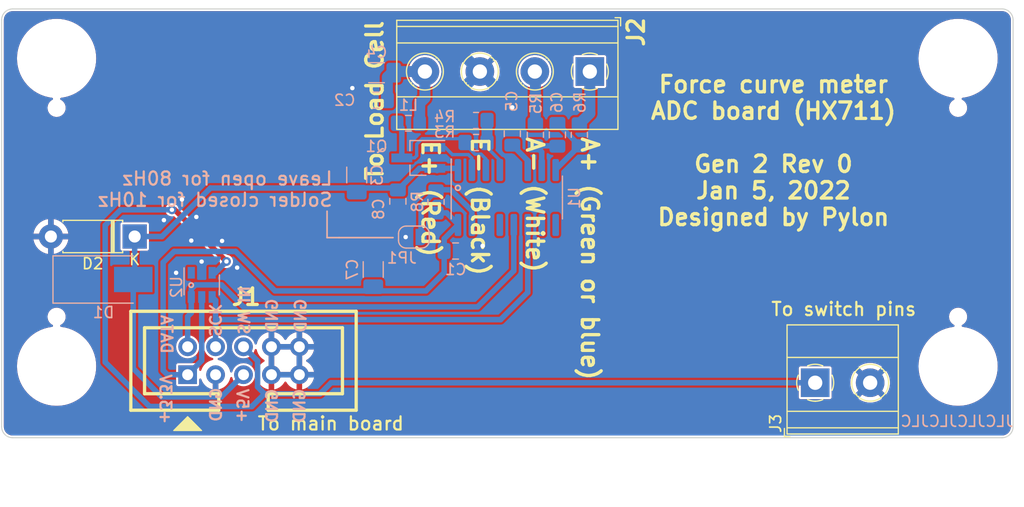
<source format=kicad_pcb>
(kicad_pcb (version 20211014) (generator pcbnew)
  (layers (0 "F.Cu" signal) (31 "B.Cu" signal) (34 "B.Paste" user) (35 "F.Paste" user) (36 "B.SilkS" user "B.Silkscreen") (37 "F.SilkS" user "F.Silkscreen") (38 "B.Mask" user) (39 "F.Mask" user) (44 "Edge.Cuts" user))
  (net 0 "")
  (net 1 "GND")
  (net 2 "SWITCH-IN")
  (net 3 "+5V")
  (net 4 "E+")
  (net 5 "Net-(C5-Pad2)")
  (net 6 "Net-(C6-Pad2)")
  (net 7 "Net-(C6-Pad1)")
  (net 8 "A-")
  (net 9 "A+")
  (net 10 "Net-(L1-Pad2)")
  (net 11 "Net-(Q1-Pad1)")
  (net 12 "Net-(R3-Pad1)")
  (net 13 "DATA")
  (net 14 "SCK")
  (net 15 "+3V3")
  (net 16 "Net-(JP1-Pad2)")
  (footprint "AcheronMountingHoles:ToolingHole_1.152mm_(for_JLCPCB_SMT)" (layer "F.Cu") (at 87 28)
    (fp_text reference "HT4")
    (fp_text value "MountingHole")
    (pad "" np_thru_hole circle locked (at 0 0) (size 1.152 1.152) (drill 1.152) (layers *.Cu *.Mask) (clearance 0.248))
  )
  (footprint "AcheronMountingHoles:ToolingHole_1.152mm_(for_JLCPCB_SMT)" (layer "F.Cu") (at 5 28)
    (fp_text reference "HT3")
    (fp_text value "MountingHole")
    (pad "" np_thru_hole circle locked (at 0 0) (size 1.152 1.152) (drill 1.152) (layers *.Cu *.Mask) (clearance 0.248))
  )
  (footprint "Open-Switch-Tester-parts:2x05-P2.54mm-Shrouded-Keyed-Header" (layer "F.Cu") (at 22 32)
    (fp_text reference "J1" (at 0.25 -5.8) (layer "F.SilkS") (effects (font (size 1.5 1.5) (thickness 0.3))))
    (fp_text value "Conn_02x05_Odd_Even")
    (fp_line (start -9 -3) (end -9 3) (layer "F.SilkS") (width 0.3))
    (fp_line (start -10.25 4.5) (end -2.25 4.5) (layer "F.SilkS") (width 0.3))
    (fp_line (start -10.25 -4.5) (end 10.25 -4.5) (layer "F.SilkS") (width 0.3))
    (fp_line (start -2.25 4.5) (end -2.25 3) (layer "F.SilkS") (width 0.3))
    (fp_line (start -9 -3) (end 9 -3) (layer "F.SilkS") (width 0.3))
    (fp_line (start 9 -3) (end 9 3) (layer "F.SilkS") (width 0.3))
    (fp_line (start 10.25 -4.5) (end 10.25 4.5) (layer "F.SilkS") (width 0.3))
    (fp_line (start -10.25 -4.5) (end -10.25 4.5) (layer "F.SilkS") (width 0.3))
    (fp_line (start 9 3) (end 2.25 3) (layer "F.SilkS") (width 0.3))
    (fp_line (start -9 3) (end -2.25 3) (layer "F.SilkS") (width 0.3))
    (fp_line (start 10.25 4.5) (end 2.25 4.5) (layer "F.SilkS") (width 0.3))
    (fp_line (start 2.25 4.5) (end 2.25 3) (layer "F.SilkS") (width 0.3))
    (fp_poly (pts (xy -3.81 6.35) (xy -6.35 6.35) (xy -5.08 5.08)) (layer "F.SilkS") (width 0.1) (fill solid))
    (pad "1" thru_hole rect locked (at -5.08 1.27 90) (size 1.7 1.7) (drill 1) (layers *.Cu *.Mask) (net 15 "+3V3"))
    (pad "2" thru_hole oval locked (at -5.08 -1.27 90) (size 1.7 1.7) (drill 1) (layers *.Cu *.Mask) (net 13 "DATA"))
    (pad "3" thru_hole oval locked (at -2.54 1.27 90) (size 1.7 1.7) (drill 1) (layers *.Cu *.Mask) (net 1 "GND"))
    (pad "4" thru_hole oval locked (at -2.54 -1.27 90) (size 1.7 1.7) (drill 1) (layers *.Cu *.Mask) (net 14 "SCK"))
    (pad "5" thru_hole oval locked (at 0 1.27 90) (size 1.7 1.7) (drill 1) (layers *.Cu *.Mask) (net 3 "+5V"))
    (pad "6" thru_hole oval locked (at 0 -1.27 90) (size 1.7 1.7) (drill 1) (layers *.Cu *.Mask) (net 2 "SWITCH-IN"))
    (pad "7" thru_hole oval locked (at 2.54 1.27 90) (size 1.7 1.7) (drill 1) (layers *.Cu *.Mask) (net 1 "GND"))
    (pad "8" thru_hole oval locked (at 2.54 -1.27 90) (size 1.7 1.7) (drill 1) (layers *.Cu *.Mask) (net 1 "GND"))
    (pad "9" thru_hole oval locked (at 5.08 1.27 90) (size 1.7 1.7) (drill 1) (layers *.Cu *.Mask) (net 1 "GND"))
    (pad "10" thru_hole oval locked (at 5.08 -1.27 90) (size 1.7 1.7) (drill 1) (layers *.Cu *.Mask) (net 1 "GND"))
  )
  (footprint "AcheronMountingHoles:ToolingHole_1.152mm_(for_JLCPCB_SMT)" (layer "F.Cu") (at 87 9 180)
    (fp_text reference "HT2")
    (fp_text value "MountingHole")
    (pad "" np_thru_hole circle locked (at 0 0 180) (size 1.152 1.152) (drill 1.152) (layers *.Cu *.Mask) (clearance 0.248))
  )
  (footprint "Diode_THT:D_DO-41_SOD81_P7.62mm_Horizontal" (layer "F.Cu") (at 12.1 20.7 180)
    (fp_text reference "D2" (at 3.81 -2.47) (layer "F.SilkS"))
    (fp_text value "D_Zener")
    (fp_text user "K" (at 0 -2.1) (layer "F.SilkS"))
    (fp_line (start 6.53 1.47) (end 6.53 1.34) (layer "F.SilkS") (width 0.12))
    (fp_line (start 1.99 -1.47) (end 1.99 1.47) (layer "F.SilkS") (width 0.12))
    (fp_line (start 1.09 -1.34) (end 1.09 -1.47) (layer "F.SilkS") (width 0.12))
    (fp_line (start 1.09 1.47) (end 6.53 1.47) (layer "F.SilkS") (width 0.12))
    (fp_line (start 1.09 1.34) (end 1.09 1.47) (layer "F.SilkS") (width 0.12))
    (fp_line (start 1.87 -1.47) (end 1.87 1.47) (layer "F.SilkS") (width 0.12))
    (fp_line (start 6.53 -1.47) (end 6.53 -1.34) (layer "F.SilkS") (width 0.12))
    (fp_line (start 1.09 -1.47) (end 6.53 -1.47) (layer "F.SilkS") (width 0.12))
    (fp_line (start 2.11 -1.47) (end 2.11 1.47) (layer "F.SilkS") (width 0.12))
    (pad "1" thru_hole rect locked (at 0 0 180) (size 2.2 2.2) (drill 1.1) (layers *.Cu *.Mask) (net 3 "+5V"))
    (pad "2" thru_hole oval locked (at 7.62 0 180) (size 2.2 2.2) (drill 1.1) (layers *.Cu *.Mask) (net 1 "GND"))
  )
  (footprint "AcheronMountingHoles:ToolingHole_1.152mm_(for_JLCPCB_SMT)" (layer "F.Cu") (at 5 9)
    (fp_text reference "HT1")
    (fp_text value "MountingHole")
    (pad "" np_thru_hole circle locked (at 0 0) (size 1.152 1.152) (drill 1.152) (layers *.Cu *.Mask) (clearance 0.248))
  )
  (footprint "TerminalBlock_Phoenix:TerminalBlock_Phoenix_MKDS-1,5-2_1x02_P5.00mm_Horizontal" (layer "F.Cu") (at 74 34)
    (fp_text reference "J3" (at -3.6 3.7 90) (layer "F.SilkS"))
    (fp_text value "Conn_01x02")
    (fp_line (start 6.07 -1.275) (end 6.035 -1.239) (layer "F.SilkS") (width 0.12))
    (fp_line (start 3.773 1.023) (end 3.726 1.069) (layer "F.SilkS") (width 0.12))
    (fp_line (start -2.56 4.66) (end 7.56 4.66) (layer "F.SilkS") (width 0.12))
    (fp_line (start 7.56 -5.261) (end 7.56 4.66) (layer "F.SilkS") (width 0.12))
    (fp_line (start -2.56 2.6) (end 7.56 2.6) (layer "F.SilkS") (width 0.12))
    (fp_line (start -2.56 -5.261) (end 7.56 -5.261) (layer "F.SilkS") (width 0.12))
    (fp_line (start -2.56 -5.261) (end -2.56 4.66) (layer "F.SilkS") (width 0.12))
    (fp_line (start 6.275 -1.069) (end 6.228 -1.023) (layer "F.SilkS") (width 0.12))
    (fp_line (start -2.8 4.16) (end -2.8 4.9) (layer "F.SilkS") (width 0.12))
    (fp_line (start -2.8 4.9) (end -2.3 4.9) (layer "F.SilkS") (width 0.12))
    (fp_line (start -2.56 4.1) (end 7.56 4.1) (layer "F.SilkS") (width 0.12))
    (fp_line (start 3.966 1.239) (end 3.931 1.274) (layer "F.SilkS") (width 0.12))
    (fp_line (start -2.56 -2.301) (end 7.56 -2.301) (layer "F.SilkS") (width 0.12))
    (fp_arc (start 0.028805 1.680253) (mid -0.335551 1.646659) (end -0.684 1.535) (layer "F.SilkS") (width 0.12))
    (fp_arc (start -1.535427 0.683042) (mid -1.680501 -0.000524) (end -1.535 -0.684) (layer "F.SilkS") (width 0.12))
    (fp_arc (start 0.683318 1.534756) (mid 0.349292 1.643288) (end 0 1.68) (layer "F.SilkS") (width 0.12))
    (fp_arc (start 1.535427 -0.683042) (mid 1.680501 0.000524) (end 1.535 0.684) (layer "F.SilkS") (width 0.12))
    (fp_arc (start -0.683042 -1.535427) (mid 0.000524 -1.680501) (end 0.684 -1.535) (layer "F.SilkS") (width 0.12))
    (fp_circle (center 5 0) (end 6.68 0) (layer "F.SilkS") (width 0.12) (fill none))
    (pad "1" thru_hole rect locked (at 0 0) (size 2.6 2.6) (drill 1.3) (layers *.Cu *.Mask) (net 2 "SWITCH-IN"))
    (pad "2" thru_hole circle locked (at 5 0) (size 2.6 2.6) (drill 1.3) (layers *.Cu *.Mask) (net 1 "GND"))
  )
  (footprint "TerminalBlock_Phoenix:TerminalBlock_Phoenix_MKDS-1,5-4_1x04_P5.00mm_Horizontal" (layer "F.Cu") (at 53.5 5.695 180)
    (fp_text reference "J2" (at -4.2 3.595 270) (layer "F.SilkS") (effects (font (size 1.5 1.5) (thickness 0.3))))
    (fp_text value "Conn_01x04")
    (fp_line (start -2.8 4.16) (end -2.8 4.9) (layer "F.SilkS") (width 0.12))
    (fp_line (start 16.07 -1.275) (end 16.035 -1.239) (layer "F.SilkS") (width 0.12))
    (fp_line (start 6.275 -1.069) (end 6.228 -1.023) (layer "F.SilkS") (width 0.12))
    (fp_line (start 3.773 1.023) (end 3.726 1.069) (layer "F.SilkS") (width 0.12))
    (fp_line (start -2.56 -5.261) (end 17.561 -5.261) (layer "F.SilkS") (width 0.12))
    (fp_line (start 3.966 1.239) (end 3.931 1.274) (layer "F.SilkS") (width 0.12))
    (fp_line (start -2.56 4.1) (end 17.561 4.1) (layer "F.SilkS") (width 0.12))
    (fp_line (start -2.56 2.6) (end 17.561 2.6) (layer "F.SilkS") (width 0.12))
    (fp_line (start -2.56 4.66) (end 17.561 4.66) (layer "F.SilkS") (width 0.12))
    (fp_line (start 17.561 -5.261) (end 17.561 4.66) (layer "F.SilkS") (width 0.12))
    (fp_line (start 11.275 -1.069) (end 11.228 -1.023) (layer "F.SilkS") (width 0.12))
    (fp_line (start -2.8 4.9) (end -2.3 4.9) (layer "F.SilkS") (width 0.12))
    (fp_line (start -2.56 -2.301) (end 17.561 -2.301) (layer "F.SilkS") (width 0.12))
    (fp_line (start 13.773 1.023) (end 13.726 1.069) (layer "F.SilkS") (width 0.12))
    (fp_line (start 11.07 -1.275) (end 11.035 -1.239) (layer "F.SilkS") (width 0.12))
    (fp_line (start 16.275 -1.069) (end 16.228 -1.023) (layer "F.SilkS") (width 0.12))
    (fp_line (start 6.07 -1.275) (end 6.035 -1.239) (layer "F.SilkS") (width 0.12))
    (fp_line (start 8.966 1.239) (end 8.931 1.274) (layer "F.SilkS") (width 0.12))
    (fp_line (start 8.773 1.023) (end 8.726 1.069) (layer "F.SilkS") (width 0.12))
    (fp_line (start 13.966 1.239) (end 13.931 1.274) (layer "F.SilkS") (width 0.12))
    (fp_line (start -2.56 -5.261) (end -2.56 4.66) (layer "F.SilkS") (width 0.12))
    (fp_arc (start 0.683318 1.534756) (mid 0.349292 1.643288) (end 0 1.68) (layer "F.SilkS") (width 0.12))
    (fp_arc (start 0.028805 1.680253) (mid -0.335551 1.646659) (end -0.684 1.535) (layer "F.SilkS") (width 0.12))
    (fp_arc (start 1.535427 -0.683042) (mid 1.680501 0.000524) (end 1.535 0.684) (layer "F.SilkS") (width 0.12))
    (fp_arc (start -0.683042 -1.535427) (mid 0.000524 -1.680501) (end 0.684 -1.535) (layer "F.SilkS") (width 0.12))
    (fp_arc (start -1.535427 0.683042) (mid -1.680501 -0.000524) (end -1.535 -0.684) (layer "F.SilkS") (width 0.12))
    (fp_circle (center 15 0) (end 16.68 0) (layer "F.SilkS") (width 0.12) (fill none))
    (fp_circle (center 5 0) (end 6.68 0) (layer "F.SilkS") (width 0.12) (fill none))
    (fp_circle (center 10 0) (end 11.68 0) (layer "F.SilkS") (width 0.12) (fill none))
    (pad "1" thru_hole rect locked (at 0 0 180) (size 2.6 2.6) (drill 1.3) (layers *.Cu *.Mask) (net 9 "A+"))
    (pad "2" thru_hole circle locked (at 5 0 180) (size 2.6 2.6) (drill 1.3) (layers *.Cu *.Mask) (net 8 "A-"))
    (pad "3" thru_hole circle locked (at 10 0 180) (size 2.6 2.6) (drill 1.3) (layers *.Cu *.Mask) (net 1 "GND"))
    (pad "4" thru_hole circle locked (at 15 0 180) (size 2.6 2.6) (drill 1.3) (layers *.Cu *.Mask) (net 4 "E+"))
  )
  (footprint "Capacitor_SMD:C_0805_2012Metric_Pad1.18x1.45mm_HandSolder" (layer "B.Cu") (at 50.55 11.45 90)
    (fp_text reference "C6" (at 2.95 -0.05 90) (layer "B.SilkS") (effects (justify mirror)))
    (fp_text value "100nF")
    (fp_line (start -0.261252 -0.735) (end 0.261252 -0.735) (layer "B.SilkS") (width 0.12))
    (fp_line (start -0.261252 0.735) (end 0.261252 0.735) (layer "B.SilkS") (width 0.12))
    (pad "1" smd roundrect locked (at -1.0375 0 90) (size 1.175 1.45) (layers "B.Cu" "B.Paste" "B.Mask") (roundrect_rratio 0.2127659574) (net 7 "Net-(C6-Pad1)"))
    (pad "2" smd roundrect locked (at 1.0375 0 90) (size 1.175 1.45) (layers "B.Cu" "B.Paste" "B.Mask") (roundrect_rratio 0.2127659574) (net 6 "Net-(C6-Pad2)"))
  )
  (footprint "MountingHole:MountingHole_3.2mm_M3_ISO7380" (layer "B.Cu") (at 87 32.5 180)
    (fp_text reference "H4")
    (fp_text value "MountingHole")
    (pad "" np_thru_hole circle locked (at 0 0 180) (size 3.2 3.2) (drill 3.2) (layers F&B.Cu *.Mask) (clearance 2))
  )
  (footprint "Capacitor_SMD:C_0805_2012Metric_Pad1.18x1.45mm_HandSolder" (layer "B.Cu") (at 41.29 22.02 180)
    (fp_text reference "C1" (at -0.01 -1.68) (layer "B.SilkS") (effects (justify mirror)))
    (fp_text value "100nF")
    (fp_line (start -0.261252 -0.735) (end 0.261252 -0.735) (layer "B.SilkS") (width 0.12))
    (fp_line (start -0.261252 0.735) (end 0.261252 0.735) (layer "B.SilkS") (width 0.12))
    (pad "1" smd roundrect locked (at -1.0375 0 180) (size 1.175 1.45) (layers "B.Cu" "B.Paste" "B.Mask") (roundrect_rratio 0.2127659574) (net 1 "GND"))
    (pad "2" smd roundrect locked (at 1.0375 0 180) (size 1.175 1.45) (layers "B.Cu" "B.Paste" "B.Mask") (roundrect_rratio 0.2127659574) (net 15 "+3V3"))
  )
  (footprint "Capacitor_SMD:C_1206_3216Metric_Pad1.33x1.80mm_HandSolder" (layer "B.Cu") (at 34.1 5.8 180)
    (fp_text reference "C4" (at 0 1.85) (layer "B.SilkS") (effects (justify mirror)))
    (fp_text value "10uF")
    (fp_line (start -0.711252 -0.91) (end 0.711252 -0.91) (layer "B.SilkS") (width 0.12))
    (fp_line (start -0.711252 0.91) (end 0.711252 0.91) (layer "B.SilkS") (width 0.12))
    (pad "1" smd roundrect locked (at -1.5625 0 180) (size 1.325 1.8) (layers "B.Cu" "B.Paste" "B.Mask") (roundrect_rratio 0.1886792453) (net 4 "E+"))
    (pad "2" smd roundrect locked (at 1.5625 0 180) (size 1.325 1.8) (layers "B.Cu" "B.Paste" "B.Mask") (roundrect_rratio 0.1886792453) (net 1 "GND"))
  )
  (footprint "Diode_SMD:D_SMB_Handsoldering" (layer "B.Cu") (at 9.27 24.61)
    (fp_text reference "D1" (at 0 3) (layer "B.SilkS") (effects (justify mirror)))
    (fp_text value "D_TVS")
    (fp_line (start -4.6 2.15) (end 2.7 2.15) (layer "B.SilkS") (width 0.12))
    (fp_line (start -4.6 2.15) (end -4.6 -2.15) (layer "B.SilkS") (width 0.12))
    (fp_line (start -4.6 -2.15) (end 2.7 -2.15) (layer "B.SilkS") (width 0.12))
    (pad "1" smd rect locked (at -2.7 0) (size 3.5 2.3) (layers "B.Cu" "B.Paste" "B.Mask") (net 1 "GND"))
    (pad "2" smd rect locked (at 2.7 0) (size 3.5 2.3) (layers "B.Cu" "B.Paste" "B.Mask") (net 3 "+5V"))
  )
  (footprint "Capacitor_SMD:C_0805_2012Metric_Pad1.18x1.45mm_HandSolder" (layer "B.Cu") (at 34.05 8.3 180)
    (fp_text reference "C2" (at 2.85 0) (layer "B.SilkS") (effects (justify mirror)))
    (fp_text value "100nF")
    (fp_line (start -0.261252 -0.735) (end 0.261252 -0.735) (layer "B.SilkS") (width 0.12))
    (fp_line (start -0.261252 0.735) (end 0.261252 0.735) (layer "B.SilkS") (width 0.12))
    (pad "1" smd roundrect locked (at -1.0375 0 180) (size 1.175 1.45) (layers "B.Cu" "B.Paste" "B.Mask") (roundrect_rratio 0.2127659574) (net 4 "E+"))
    (pad "2" smd roundrect locked (at 1.0375 0 180) (size 1.175 1.45) (layers "B.Cu" "B.Paste" "B.Mask") (roundrect_rratio 0.2127659574) (net 1 "GND"))
  )
  (footprint "Jumper:SolderJumper-2_P1.3mm_Open_RoundedPad1.0x1.5mm" (layer "B.Cu") (at 37.5 20.75)
    (fp_text reference "JP1" (at -1.1 1.9) (layer "B.SilkS") (effects (justify mirror)))
    (fp_text value "Jumper_NO_Small")
    (fp_line (start -1.4 -0.3) (end -1.4 0.3) (layer "B.SilkS") (width 0.12))
    (fp_line (start -0.7 1) (end 0.7 1) (layer "B.SilkS") (width 0.12))
    (fp_line (start 0.7 -1) (end -0.7 -1) (layer "B.SilkS") (width 0.12))
    (fp_line (start 1.4 0.3) (end 1.4 -0.3) (layer "B.SilkS") (width 0.12))
    (fp_arc (start 0.7 -1) (mid 1.194975 -0.794975) (end 1.4 -0.3) (layer "B.SilkS") (width 0.12))
    (fp_arc (start 1.4 0.3) (mid 1.194975 0.794975) (end 0.7 1) (layer "B.SilkS") (width 0.12))
    (fp_arc (start -1.4 -0.3) (mid -1.194975 -0.794975) (end -0.7 -1) (layer "B.SilkS") (width 0.12))
    (fp_arc (start -0.7 1) (mid -1.194975 0.794975) (end -1.4 0.3) (layer "B.SilkS") (width 0.12))
    (pad "1" smd custom locked (at -0.65 0) (size 1 0.5) (layers "B.Cu" "B.Mask") (net 1 "GND") (options (clearance outline) (anchor rect)) (primitives (gr_circle (center 0 -0.25) (end 0.5 -0.25) (width 0) (fill yes)) (gr_circle (center 0 0.25) (end 0.5 0.25) (width 0) (fill yes)) (gr_poly (pts (xy 0.5 0.75) (xy 0 0.75) (xy 0 -0.75) (xy 0.5 -0.75)) (width 0) (fill yes))))
    (pad "2" smd custom locked (at 0.65 0) (size 1 0.5) (layers "B.Cu" "B.Mask") (net 16 "Net-(JP1-Pad2)") (options (clearance outline) (anchor rect)) (primitives (gr_circle (center 0 -0.25) (end 0.5 -0.25) (width 0) (fill yes)) (gr_circle (center 0 0.25) (end 0.5 0.25) (width 0) (fill yes)) (gr_poly (pts (xy 0 0.75) (xy -0.5 0.75) (xy -0.5 -0.75) (xy 0 -0.75)) (width 0) (fill yes))))
  )
  (footprint "Package_TO_SOT_SMD:SOT-23-6" (layer "B.Cu") (at 18.2 25.1 -90)
    (fp_text reference "U2" (at 0.2 2.3 90) (layer "B.SilkS") (effects (justify mirror)))
    (fp_text value "SRV05-4")
    (fp_line (start -0.9 -1.61) (end 0.9 -1.61) (layer "B.SilkS") (width 0.12))
    (fp_line (start 0.9 1.61) (end -1.55 1.61) (layer "B.SilkS") (width 0.12))
    (pad "1" smd rect locked (at -1.1 0.95 270) (size 1.06 0.65) (layers "B.Cu" "B.Paste" "B.Mask"))
    (pad "2" smd rect locked (at -1.1 0 270) (size 1.06 0.65) (layers "B.Cu" "B.Paste" "B.Mask") (net 1 "GND"))
    (pad "3" smd rect locked (at -1.1 -0.95 270) (size 1.06 0.65) (layers "B.Cu" "B.Paste" "B.Mask") (net 2 "SWITCH-IN"))
    (pad "4" smd rect locked (at 1.1 -0.95 270) (size 1.06 0.65) (layers "B.Cu" "B.Paste" "B.Mask") (net 14 "SCK"))
    (pad "5" smd rect locked (at 1.1 0 270) (size 1.06 0.65) (layers "B.Cu" "B.Paste" "B.Mask") (net 15 "+3V3"))
    (pad "6" smd rect locked (at 1.1 0.95 270) (size 1.06 0.65) (layers "B.Cu" "B.Paste" "B.Mask") (net 13 "DATA"))
  )
  (footprint "Resistor_SMD:R_0805_2012Metric_Pad1.20x1.40mm_HandSolder" (layer "B.Cu") (at 43.15 12.15 180)
    (fp_text reference "R3" (at 2.85 0.95) (layer "B.SilkS") (effects (justify mirror)))
    (fp_text value "20k")
    (fp_line (start -0.227064 0.735) (end 0.227064 0.735) (layer "B.SilkS") (width 0.12))
    (fp_line (start -0.227064 -0.735) (end 0.227064 -0.735) (layer "B.SilkS") (width 0.12))
    (pad "1" smd roundrect locked (at -1 0 180) (size 1.2 1.4) (layers "B.Cu" "B.Paste" "B.Mask") (roundrect_rratio 0.2083333333) (net 12 "Net-(R3-Pad1)"))
    (pad "2" smd roundrect locked (at 1 0 180) (size 1.2 1.4) (layers "B.Cu" "B.Paste" "B.Mask") (roundrect_rratio 0.2083333333) (net 10 "Net-(L1-Pad2)"))
  )
  (footprint "Resistor_SMD:R_0805_2012Metric_Pad1.20x1.40mm_HandSolder" (layer "B.Cu") (at 39.51 17.55 90)
    (fp_text reference "R8" (at 0.02 -1.7 90) (layer "B.SilkS") (effects (justify mirror)))
    (fp_text value "10k")
    (fp_line (start -0.227064 0.735) (end 0.227064 0.735) (layer "B.SilkS") (width 0.12))
    (fp_line (start -0.227064 -0.735) (end 0.227064 -0.735) (layer "B.SilkS") (width 0.12))
    (pad "1" smd roundrect locked (at -1 0 90) (size 1.2 1.4) (layers "B.Cu" "B.Paste" "B.Mask") (roundrect_rratio 0.2083333333) (net 15 "+3V3"))
    (pad "2" smd roundrect locked (at 1 0 90) (size 1.2 1.4) (layers "B.Cu" "B.Paste" "B.Mask") (roundrect_rratio 0.2083333333) (net 16 "Net-(JP1-Pad2)"))
  )
  (footprint "MountingHole:MountingHole_3.2mm_M3_ISO7380" (layer "B.Cu") (at 87 4.5 180)
    (fp_text reference "H2")
    (fp_text value "MountingHole")
    (pad "" np_thru_hole circle locked (at 0 0 180) (size 3.2 3.2) (drill 3.2) (layers F&B.Cu *.Mask) (clearance 2))
  )
  (footprint "Resistor_SMD:R_0805_2012Metric_Pad1.20x1.40mm_HandSolder" (layer "B.Cu") (at 48.55 11.45 -90)
    (fp_text reference "R5" (at -2.85 -0.05 -270) (layer "B.SilkS") (effects (justify mirror)))
    (fp_text value "100")
    (fp_line (start -0.227064 0.735) (end 0.227064 0.735) (layer "B.SilkS") (width 0.12))
    (fp_line (start -0.227064 -0.735) (end 0.227064 -0.735) (layer "B.SilkS") (width 0.12))
    (pad "1" smd roundrect locked (at -1 0 270) (size 1.2 1.4) (layers "B.Cu" "B.Paste" "B.Mask") (roundrect_rratio 0.2083333333) (net 8 "A-"))
    (pad "2" smd roundrect locked (at 1 0 270) (size 1.2 1.4) (layers "B.Cu" "B.Paste" "B.Mask") (roundrect_rratio 0.2083333333) (net 7 "Net-(C6-Pad1)"))
  )
  (footprint "Capacitor_SMD:C_0805_2012Metric_Pad1.18x1.45mm_HandSolder" (layer "B.Cu") (at 46.45 11.35 -90)
    (fp_text reference "C5" (at -2.95 0.05 -270) (layer "B.SilkS") (effects (justify mirror)))
    (fp_text value "100nF")
    (fp_line (start -0.261252 -0.735) (end 0.261252 -0.735) (layer "B.SilkS") (width 0.12))
    (fp_line (start -0.261252 0.735) (end 0.261252 0.735) (layer "B.SilkS") (width 0.12))
    (pad "1" smd roundrect locked (at -1.0375 0 270) (size 1.175 1.45) (layers "B.Cu" "B.Paste" "B.Mask") (roundrect_rratio 0.2127659574) (net 1 "GND"))
    (pad "2" smd roundrect locked (at 1.0375 0 270) (size 1.175 1.45) (layers "B.Cu" "B.Paste" "B.Mask") (roundrect_rratio 0.2127659574) (net 5 "Net-(C5-Pad2)"))
  )
  (footprint "MountingHole:MountingHole_3.2mm_M3_ISO7380" (layer "B.Cu") (at 5 4.5 180)
    (fp_text reference "H1")
    (fp_text value "MountingHole")
    (pad "" np_thru_hole circle locked (at 0 0 180) (size 3.2 3.2) (drill 3.2) (layers F&B.Cu *.Mask) (clearance 2))
  )
  (footprint "MountingHole:MountingHole_3.2mm_M3_ISO7380" (layer "B.Cu") (at 5 32.5 180)
    (fp_text reference "H3")
    (fp_text value "MountingHole")
    (pad "" np_thru_hole circle locked (at 0 0 180) (size 3.2 3.2) (drill 3.2) (layers F&B.Cu *.Mask) (clearance 2))
  )
  (footprint "Capacitor_SMD:C_0805_2012Metric_Pad1.18x1.45mm_HandSolder" (layer "B.Cu") (at 36.04 17.5 90)
    (fp_text reference "C8" (at -0.71 -1.76 90) (layer "B.SilkS") (effects (justify mirror)))
    (fp_text value "100nF")
    (fp_line (start -0.261252 -0.735) (end 0.261252 -0.735) (layer "B.SilkS") (width 0.12))
    (fp_line (start -0.261252 0.735) (end 0.261252 0.735) (layer "B.SilkS") (width 0.12))
    (pad "1" smd roundrect locked (at -1.0375 0 90) (size 1.175 1.45) (layers "B.Cu" "B.Paste" "B.Mask") (roundrect_rratio 0.2127659574) (net 1 "GND"))
    (pad "2" smd roundrect locked (at 1.0375 0 90) (size 1.175 1.45) (layers "B.Cu" "B.Paste" "B.Mask") (roundrect_rratio 0.2127659574) (net 3 "+5V"))
  )
  (footprint "Capacitor_SMD:C_1206_3216Metric_Pad1.33x1.80mm_HandSolder" (layer "B.Cu") (at 32.3 15.1 90)
    (fp_text reference "C3" (at 0 1.85 270) (layer "B.SilkS") (effects (justify mirror)))
    (fp_text value "10uF")
    (fp_line (start -0.711252 -0.91) (end 0.711252 -0.91) (layer "B.SilkS") (width 0.12))
    (fp_line (start -0.711252 0.91) (end 0.711252 0.91) (layer "B.SilkS") (width 0.12))
    (pad "1" smd roundrect locked (at -1.5625 0 90) (size 1.325 1.8) (layers "B.Cu" "B.Paste" "B.Mask") (roundrect_rratio 0.1886792453) (net 3 "+5V"))
    (pad "2" smd roundrect locked (at 1.5625 0 90) (size 1.325 1.8) (layers "B.Cu" "B.Paste" "B.Mask") (roundrect_rratio 0.1886792453) (net 1 "GND"))
  )
  (footprint "Resistor_SMD:R_0805_2012Metric_Pad1.20x1.40mm_HandSolder" (layer "B.Cu") (at 43.15 10.15)
    (fp_text reference "R4" (at -2.85 -0.35) (layer "B.SilkS") (effects (justify mirror)))
    (fp_text value "8.2k")
    (fp_line (start -0.227064 0.735) (end 0.227064 0.735) (layer "B.SilkS") (width 0.12))
    (fp_line (start -0.227064 -0.735) (end 0.227064 -0.735) (layer "B.SilkS") (width 0.12))
    (pad "1" smd roundrect locked (at -1 0) (size 1.2 1.4) (layers "B.Cu" "B.Paste" "B.Mask") (roundrect_rratio 0.2083333333) (net 1 "GND"))
    (pad "2" smd roundrect locked (at 1 0) (size 1.2 1.4) (layers "B.Cu" "B.Paste" "B.Mask") (roundrect_rratio 0.2083333333) (net 12 "Net-(R3-Pad1)"))
  )
  (footprint "Resistor_SMD:R_0805_2012Metric_Pad1.20x1.40mm_HandSolder" (layer "B.Cu") (at 52.55 11.45 -90)
    (fp_text reference "R6" (at -2.95 -0.05 -270) (layer "B.SilkS") (effects (justify mirror)))
    (fp_text value "100")
    (fp_line (start -0.227064 0.735) (end 0.227064 0.735) (layer "B.SilkS") (width 0.12))
    (fp_line (start -0.227064 -0.735) (end 0.227064 -0.735) (layer "B.SilkS") (width 0.12))
    (pad "1" smd roundrect locked (at -1 0 270) (size 1.2 1.4) (layers "B.Cu" "B.Paste" "B.Mask") (roundrect_rratio 0.2083333333) (net 9 "A+"))
    (pad "2" smd roundrect locked (at 1 0 270) (size 1.2 1.4) (layers "B.Cu" "B.Paste" "B.Mask") (roundrect_rratio 0.2083333333) (net 6 "Net-(C6-Pad2)"))
  )
  (footprint "Inductor_SMD:L_0805_2012Metric_Pad1.15x1.40mm_HandSolder" (layer "B.Cu") (at 37 10.4 180)
    (fp_text reference "L1" (at 0 1.65) (layer "B.SilkS") (effects (justify mirror)))
    (fp_text value "3.3uH")
    (fp_line (start -0.261252 0.71) (end 0.261252 0.71) (layer "B.SilkS") (width 0.12))
    (fp_line (start -0.261252 -0.71) (end 0.261252 -0.71) (layer "B.SilkS") (width 0.12))
    (pad "1" smd roundrect locked (at -1.025 0 180) (size 1.15 1.4) (layers "B.Cu" "B.Paste" "B.Mask") (roundrect_rratio 0.2173913043) (net 4 "E+"))
    (pad "2" smd roundrect locked (at 1.025 0 180) (size 1.15 1.4) (layers "B.Cu" "B.Paste" "B.Mask") (roundrect_rratio 0.2173913043) (net 10 "Net-(L1-Pad2)"))
  )
  (footprint "Capacitor_SMD:C_1206_3216Metric_Pad1.33x1.80mm_HandSolder" (layer "B.Cu") (at 33.8 23.7 90)
    (fp_text reference "C7" (at 0 -1.9 270) (layer "B.SilkS") (effects (justify mirror)))
    (fp_text value "10uF")
    (fp_line (start -0.711252 0.91) (end 0.711252 0.91) (layer "B.SilkS") (width 0.12))
    (fp_line (start -0.711252 -0.91) (end 0.711252 -0.91) (layer "B.SilkS") (width 0.12))
    (pad "1" smd roundrect locked (at -1.5625 0 90) (size 1.325 1.8) (layers "B.Cu" "B.Paste" "B.Mask") (roundrect_rratio 0.1886792453) (net 15 "+3V3"))
    (pad "2" smd roundrect locked (at 1.5625 0 90) (size 1.325 1.8) (layers "B.Cu" "B.Paste" "B.Mask") (roundrect_rratio 0.1886792453) (net 1 "GND"))
  )
  (footprint "Package_TO_SOT_SMD:SOT-23_Handsoldering" (layer "B.Cu") (at 37.9 13.55 180)
    (fp_text reference "Q1" (at 3.8 1.05) (layer "B.SilkS") (effects (justify mirror)))
    (fp_text value "Q_PNP_BEC")
    (fp_line (start 0.76 -1.58) (end -0.7 -1.58) (layer "B.SilkS") (width 0.12))
    (fp_line (start 0.76 1.58) (end -2.4 1.58) (layer "B.SilkS") (width 0.12))
    (fp_line (start 0.76 1.58) (end 0.76 0.65) (layer "B.SilkS") (width 0.12))
    (fp_line (start 0.76 -1.58) (end 0.76 -0.65) (layer "B.SilkS") (width 0.12))
    (pad "1" smd rect locked (at -1.5 0.95 180) (size 1.9 0.8) (layers "B.Cu" "B.Paste" "B.Mask") (net 11 "Net-(Q1-Pad1)"))
    (pad "2" smd rect locked (at -1.5 -0.95 180) (size 1.9 0.8) (layers "B.Cu" "B.Paste" "B.Mask") (net 3 "+5V"))
    (pad "3" smd rect locked (at 1.5 0 180) (size 1.9 0.8) (layers "B.Cu" "B.Paste" "B.Mask") (net 10 "Net-(L1-Pad2)"))
  )
  (footprint "Package_SO:SOP-16_3.9x9.9mm_P1.27mm" (layer "B.Cu") (at 45.95 17.15 -90)
    (fp_text reference "U1" (at 0.05 -6.15 -270) (layer "B.SilkS") (effects (justify mirror)))
    (fp_text value "HX711")
    (fp_line (start 0 5.06) (end -3.5 5.06) (layer "B.SilkS") (width 0.12))
    (fp_line (start 0 -5.06) (end 1.95 -5.06) (layer "B.SilkS") (width 0.12))
    (fp_line (start 0 5.06) (end 1.95 5.06) (layer "B.SilkS") (width 0.12))
    (fp_line (start 0 -5.06) (end -1.95 -5.06) (layer "B.SilkS") (width 0.12))
    (pad "1" smd roundrect locked (at -2.5 4.445 270) (size 2 0.6) (layers "B.Cu" "B.Paste" "B.Mask") (net 3 "+5V"))
    (pad "2" smd roundrect locked (at -2.5 3.175 270) (size 2 0.6) (layers "B.Cu" "B.Paste" "B.Mask") (net 11 "Net-(Q1-Pad1)"))
    (pad "3" smd roundrect locked (at -2.5 1.905 270) (size 2 0.6) (layers "B.Cu" "B.Paste" "B.Mask") (net 10 "Net-(L1-Pad2)"))
    (pad "4" smd roundrect locked (at -2.5 0.635 270) (size 2 0.6) (layers "B.Cu" "B.Paste" "B.Mask") (net 12 "Net-(R3-Pad1)"))
    (pad "5" smd roundrect locked (at -2.5 -0.635 270) (size 2 0.6) (layers "B.Cu" "B.Paste" "B.Mask") (net 1 "GND"))
    (pad "6" smd roundrect locked (at -2.5 -1.905 270) (size 2 0.6) (layers "B.Cu" "B.Paste" "B.Mask") (net 5 "Net-(C5-Pad2)"))
    (pad "7" smd roundrect locked (at -2.5 -3.175 270) (size 2 0.6) (layers "B.Cu" "B.Paste" "B.Mask") (net 7 "Net-(C6-Pad1)"))
    (pad "8" smd roundrect locked (at -2.5 -4.445 270) (size 2 0.6) (layers "B.Cu" "B.Paste" "B.Mask") (net 6 "Net-(C6-Pad2)"))
    (pad "9" smd roundrect locked (at 2.5 -4.445 270) (size 2 0.6) (layers "B.Cu" "B.Paste" "B.Mask"))
    (pad "10" smd roundrect locked (at 2.5 -3.175 270) (size 2 0.6) (layers "B.Cu" "B.Paste" "B.Mask"))
    (pad "11" smd roundrect locked (at 2.5 -1.905 270) (size 2 0.6) (layers "B.Cu" "B.Paste" "B.Mask") (net 14 "SCK"))
    (pad "12" smd roundrect locked (at 2.5 -0.635 270) (size 2 0.6) (layers "B.Cu" "B.Paste" "B.Mask") (net 13 "DATA"))
    (pad "13" smd roundrect locked (at 2.5 0.635 270) (size 2 0.6) (layers "B.Cu" "B.Paste" "B.Mask"))
    (pad "14" smd roundrect locked (at 2.5 1.905 270) (size 2 0.6) (layers "B.Cu" "B.Paste" "B.Mask") (net 1 "GND"))
    (pad "15" smd roundrect locked (at 2.5 3.175 270) (size 2 0.6) (layers "B.Cu" "B.Paste" "B.Mask") (net 16 "Net-(JP1-Pad2)"))
    (pad "16" smd roundrect locked (at 2.5 4.445 270) (size 2 0.6) (layers "B.Cu" "B.Paste" "B.Mask") (net 15 "+3V3"))
  )
  (gr_line (start 30.7 20.8) (end 29.6 20.8) (layer "B.SilkS") (width 0.15))
  (gr_line (start 35.6 20.8) (end 30.7 20.8) (layer "B.SilkS") (width 0.15))
  (gr_circle (center 41.5 16.276394) (end 41.7 16.176394) (layer "B.SilkS") (width 0.15) (fill none))
  (gr_circle (center 17.24 25.12) (end 17.24 24.92) (layer "B.SilkS") (width 0.15) (fill none))
  (gr_line (start 29.6 20.8) (end 29.6 18.4) (layer "B.SilkS") (width 0.15))
  (gr_arc (start 0 1) (mid 0.292893 0.292893) (end 1 0) (layer "Edge.Cuts") (width 0.1))
  (gr_arc (start 91 0) (mid 91.707107 0.292893) (end 92 1) (layer "Edge.Cuts") (width 0.1))
  (gr_line (start 0 1) (end 0 38) (layer "Edge.Cuts") (width 0.1))
  (gr_line (start 92 1) (end 92 38) (layer "Edge.Cuts") (width 0.1))
  (gr_line (start 1 39) (end 91 39) (layer "Edge.Cuts") (width 0.1))
  (gr_arc (start 1 39) (mid 0.292893 38.707107) (end 0 38) (layer "Edge.Cuts") (width 0.1))
  (gr_line (start 91 0) (end 1 0) (layer "Edge.Cuts") (width 0.1))
  (gr_arc (start 92 38) (mid 91.707107 38.707107) (end 91 39) (layer "Edge.Cuts") (width 0.1))
  (gr_text "GND" (at 27.1 36.1 90) (layer "B.SilkS") (effects (font (size 1 1) (thickness 0.2)) (justify mirror)))
  (gr_text "GND" (at 27.2 27.9 90) (layer "B.SilkS") (effects (font (size 1 1) (thickness 0.2)) (justify mirror)))
  (gr_text "GND" (at 24.6 27.9 90) (layer "B.SilkS") (effects (font (size 1 1) (thickness 0.2)) (justify mirror)))
  (gr_text "SCK" (at 19.4 28.3 270) (layer "B.SilkS") (effects (font (size 1 1) (thickness 0.2)) (justify mirror)))
  (gr_text "+5V" (at 21.9 36.1 270) (layer "B.SilkS") (effects (font (size 1 1) (thickness 0.2)) (justify mirror)))
  (gr_text "DATA" (at 15 29.6 270) (layer "B.SilkS") (effects (font (size 1 1) (thickness 0.2)) (justify mirror)))
  (gr_text "JLCJLCJLCJLC" (at 86.915698 37.504719) (layer "B.SilkS") (effects (font (size 1 1)) (justify mirror)))
  (gr_text "SW IN" (at 22 27.4 270) (layer "B.SilkS") (effects (font (size 1 1) (thickness 0.2)) (justify mirror)))
  (gr_text "Leave open for 80Hz\nSolder closed for 10Hz " (at 30.2 16.4) (layer "B.SilkS") (effects (font (size 1.2 1.2) (thickness 0.2)) (justify left mirror)))
  (gr_text "GND" (at 19.5 36 90) (layer "B.SilkS") (effects (font (size 1 1) (thickness 0.2)) (justify mirror)))
  (gr_text "GND" (at 24.6 36.1 90) (layer "B.SilkS") (effects (font (size 1 1) (thickness 0.2)) (justify mirror)))
  (gr_text "+3.3V" (at 14.9 35.5 270) (layer "B.SilkS") (effects (font (size 1 1) (thickness 0.2)) (justify mirror)))
  (gr_text "A+ (Green or blue)" (at 53.5 11.5 270) (layer "F.SilkS") (effects (font (size 1.5 1.5) (thickness 0.3)) (justify left)))
  (gr_text "A- (White)" (at 48.5 11.5 270) (layer "F.SilkS") (effects (font (size 1.5 1.5) (thickness 0.3)) (justify left)))
  (gr_text "Force curve meter\nADC board (HX711)\n\nGen 2 Rev 0\nJan 5, 2022\nDesigned by Pylon\n" (at 70.2 12.9) (layer "F.SilkS") (effects (font (size 1.5 1.5) (thickness 0.3))))
  (gr_text "E+ (Red)" (at 39 17.25 270) (layer "F.SilkS") (effects (font (size 1.5 1.5) (thickness 0.3))))
  (gr_text "To main board" (at 29.94 37.71) (layer "F.SilkS") (effects (font (size 1.2 1.2) (thickness 0.2))))
  (gr_text "To Load Cell" (at 33.932841 8.334382 90) (layer "F.SilkS") (effects (font (size 1.5 1.5) (thickness 0.3))))
  (gr_text "To switch pins" (at 76.6 27.3) (layer "F.SilkS") (effects (font (size 1.2 1.2) (thickness 0.2))))
  (gr_text "E- (Black)" (at 43.5 11.5 270) (layer "F.SilkS") (effects (font (size 1.5 1.5) (thickness 0.3)) (justify left)))
  (via (at 16.4 17.33) (size 0.8001) (drill 0.40005) (layers "F.Cu" "B.Cu") (net 1))
  (via (at 20.05 21.1) (size 0.8001) (drill 0.40005) (layers "F.Cu" "B.Cu") (net 1))
  (via (at 17.25 21.07) (size 0.8001) (drill 0.40005) (layers "F.Cu" "B.Cu") (net 1))
  (via (at 18.19 22.98) (size 0.8001) (drill 0.40005) (layers "F.Cu" "B.Cu") (net 1))
  (via (at 36.75 20.75) (size 0.8001) (drill 0.40005) (layers "F.Cu" "B.Cu") (net 1))
  (via (at 14.76 19.21) (size 0.8001) (drill 0.40005) (layers "F.Cu" "B.Cu") (net 1))
  (via (at 46.45 8.95) (size 0.8001) (drill 0.40005) (layers "F.Cu" "B.Cu") (net 1))
  (via (at 15.87 24) (size 0.8001) (drill 0.40005) (layers "F.Cu" "B.Cu") (net 1))
  (via (at 21.42 23.53) (size 0.8001) (drill 0.40005) (layers "F.Cu" "B.Cu") (net 1))
  (via (at 43.75 21.55) (size 0.8001) (drill 0.40005) (layers "F.Cu" "B.Cu") (net 1))
  (via (at 17.71 18.92) (size 0.8001) (drill 0.40005) (layers "F.Cu" "B.Cu") (net 1))
  (via (at 31.9 7.2) (size 0.8001) (drill 0.40005) (layers "F.Cu" "B.Cu") (net 1))
  (segment (start 46.45 10.3125) (end 46.45 8.95) (width 1) (layer "B.Cu") (net 1))
  (segment (start 44.045 21.255) (end 43.75 21.55) (width 0.5) (layer "B.Cu") (net 1))
  (segment (start 45.35 11.4125) (end 46.45 10.3125) (width 0.3) (layer "B.Cu") (net 1))
  (segment (start 46.585 14.65) (end 46.585 13.485) (width 0.3) (layer "B.Cu") (net 1))
  (segment (start 46.585 13.485) (end 46.38504 13.28504) (width 0.3) (layer "B.Cu") (net 1))
  (segment (start 46.45 8.645) (end 43.5 5.695) (width 1) (layer "B.Cu") (net 1))
  (segment (start 35.2 3.3) (end 41.105 3.3) (width 1) (layer "B.Cu") (net 1))
  (segment (start 43.28 22.02) (end 43.75 21.55) (width 0.5) (layer "B.Cu") (net 1))
  (segment (start 45.35 12.95) (end 45.35 11.4125) (width 0.3) (layer "B.Cu") (net 1))
  (segment (start 42.15 10.15) (end 42.15 7.045) (width 1) (layer "B.Cu") (net 1))
  (segment (start 45.68504 13.28504) (end 45.35 12.95) (width 0.3) (layer "B.Cu") (net 1))
  (segment (start 42.3275 22.02) (end 43.28 22.02) (width 0.5) (layer "B.Cu") (net 1))
  (segment (start 46.3875 10.25) (end 46.45 10.3125) (width 1) (layer "B.Cu") (net 1))
  (segment (start 46.45 8.95) (end 46.45 8.645) (width 1) (layer "B.Cu") (net 1))
  (segment (start 46.38504 13.28504) (end 45.68504 13.28504) (width 0.3) (layer "B.Cu") (net 1))
  (segment (start 44.045 19.65) (end 44.045 21.255) (width 0.5) (layer "B.Cu") (net 1))
  (segment (start 33.0125 5.4875) (end 35.2 3.3) (width 1) (layer "B.Cu") (net 1))
  (segment (start 41.105 3.3) (end 43.5 5.695) (width 1) (layer "B.Cu") (net 1))
  (segment (start 42.15 7.045) (end 43.5 5.695) (width 1) (layer "B.Cu") (net 1))
  (segment (start 33.0125 8.3) (end 33.0125 5.4875) (width 1) (layer "B.Cu") (net 1))
  (segment (start 20.45 22.97) (end 15.75 18.27) (width 0.5) (layer "F.Cu") (net 2))
  (segment (start 15.75 18.27) (end 15.49 18.27) (width 0.5) (layer "F.Cu") (net 2))
  (via (at 15.49 18.27) (size 0.8001) (drill 0.40005) (layers "F.Cu" "B.Cu") (net 2))
  (via (at 20.45 22.97) (size 0.8001) (drill 0.40005) (layers "F.Cu" "B.Cu") (net 2))
  (segment (start 23.910938 35.01) (end 23.280469 34.379531) (width 0.5) (layer "B.Cu") (net 2))
  (segment (start 22.760938 36.16) (end 13.45 36.16) (width 0.5) (layer "B.Cu") (net 2))
  (segment (start 23.910938 35.01) (end 22.760938 36.16) (width 0.5) (layer "B.Cu") (net 2))
  (segment (start 23.280469 32.010469) (end 23.280469 34.379531) (width 0.5) (layer "B.Cu") (net 2))
  (segment (start 74 34) (end 29.97 34) (width 0.5) (layer "B.Cu") (net 2))
  (segment (start 23.910938 35.01) (end 28.96 35.01) (width 0.5) (layer "B.Cu") (net 2))
  (segment (start 13.45 36.16) (end 9.42 32.13) (width 0.5) (layer "B.Cu") (net 2))
  (segment (start 9.42 32.13) (end 9.42 19.68) (width 0.5) (layer "B.Cu") (net 2))
  (segment (start 19.15 24) (end 19.42 24) (width 0.5) (layer "B.Cu") (net 2))
  (segment (start 9.42 19.68) (end 10.83 18.27) (width 0.5) (layer "B.Cu") (net 2))
  (segment (start 10.83 18.27) (end 15.49 18.27) (width 0.5) (layer "B.Cu") (net 2))
  (segment (start 19.42 24) (end 20.45 22.97) (width 0.5) (layer "B.Cu") (net 2))
  (segment (start 22 30.73) (end 23.280469 32.010469) (width 0.5) (layer "B.Cu") (net 2))
  (segment (start 28.96 35.01) (end 29.97 34) (width 0.5) (layer "B.Cu") (net 2))
  (segment (start 11.97 32.71) (end 11.97 24.61) (width 0.5) (layer "B.Cu") (net 3))
  (segment (start 32.3 16.6625) (end 32.3 16.3) (width 0.249936) (layer "B.Cu") (net 3))
  (segment (start 12.1 20.7) (end 12.1 24.48) (width 0.5) (layer "B.Cu") (net 3))
  (segment (start 22 33.27) (end 19.98 35.29) (width 0.5) (layer "B.Cu") (net 3))
  (segment (start 39.4 14.5) (end 41.355 14.5) (width 0.5) (layer "B.Cu") (net 3))
  (segment (start 41.355 14.5) (end 41.505 14.65) (width 0.5) (layer "B.Cu") (net 3))
  (segment (start 39.4 14.5) (end 38.0025 14.5) (width 0.5) (layer "B.Cu") (net 3))
  (segment (start 38.0025 14.5) (end 36.04 16.4625) (width 0.5) (layer "B.Cu") (net 3))
  (segment (start 12.1 24.48) (end 11.97 24.61) (width 0.5) (layer "B.Cu") (net 3))
  (segment (start 35.865 16.2875) (end 36.04 16.4625) (width 0.5) (layer "B.Cu") (net 3))
  (segment (start 32.3 16.3) (end 32.2875 16.2875) (width 0.249936) (layer "B.Cu") (net 3))
  (segment (start 14.55 35.29) (end 11.97 32.71) (width 0.5) (layer "B.Cu") (net 3))
  (segment (start 15.24 20.04) (end 18.9925 16.2875) (width 0.5) (layer "B.Cu") (net 3))
  (segment (start 39.6 14.7) (end 39.4 14.5) (width 0.5) (layer "B.Cu") (net 3))
  (segment (start 14.58 20.7) (end 15.24 20.04) (width 0.5) (layer "B.Cu") (net 3))
  (segment (start 18.9925 16.2875) (end 32.2875 16.2875) (width 0.5) (layer "B.Cu") (net 3))
  (segment (start 12.1 20.7) (end 14.58 20.7) (width 0.5) (layer "B.Cu") (net 3))
  (segment (start 19.98 35.29) (end 14.55 35.29) (width 0.5) (layer "B.Cu") (net 3))
  (segment (start 32.2875 16.2875) (end 35.865 16.2875) (width 0.5) (layer "B.Cu") (net 3))
  (segment (start 38.5 5.695) (end 35.5925 5.695) (width 1) (layer "B.Cu") (net 4))
  (segment (start 38.025 10.4) (end 38.025 8.575) (width 1) (layer "B.Cu") (net 4))
  (segment (start 38.5 8.1) (end 38.5 5.695) (width 1) (layer "B.Cu") (net 4))
  (segment (start 35.5925 5.695) (end 35.0875 6.2) (width 1) (layer "B.Cu") (net 4))
  (segment (start 38.025 8.575) (end 38.5 8.1) (width 1) (layer "B.Cu") (net 4))
  (segment (start 35.0875 8.3) (end 35.0875 6.2) (width 1) (layer "B.Cu") (net 4))
  (segment (start 47.855 13.7925) (end 46.45 12.3875) (width 0.5) (layer "B.Cu") (net 5))
  (segment (start 47.855 14.65) (end 47.855 13.7925) (width 0.5) (layer "B.Cu") (net 5))
  (segment (start 52.55 12.45) (end 52.55 12.4125) (width 0.5) (layer "B.Cu") (net 6))
  (segment (start 52.55 12.4125) (end 50.55 10.4125) (width 0.5) (layer "B.Cu") (net 6))
  (segment (start 50.395 14.65) (end 50.395 14.605) (width 0.5) (layer "B.Cu") (net 6))
  (segment (start 50.395 14.605) (end 52.55 12.45) (width 0.5) (layer "B.Cu") (net 6))
  (segment (start 50.5125 12.45) (end 50.55 12.4875) (width 0.5) (layer "B.Cu") (net 7))
  (segment (start 49.125 14.65) (end 49.125 13.025) (width 0.5) (layer "B.Cu") (net 7))
  (segment (start 49.125 13.025) (end 48.55 12.45) (width 0.5) (layer "B.Cu") (net 7))
  (segment (start 48.55 12.45) (end 50.5125 12.45) (width 0.5) (layer "B.Cu") (net 7))
  (segment (start 48.55 10.45) (end 48.55 5.745) (width 1) (layer "B.Cu") (net 8))
  (segment (start 48.6 5.795) (end 48.5 5.695) (width 1) (layer "B.Cu") (net 8))
  (segment (start 48.55 5.745) (end 48.5 5.695) (width 1) (layer "B.Cu") (net 8))
  (segment (start 52.55 10.45) (end 53.5 9.5) (width 1) (layer "B.Cu") (net 9))
  (segment (start 53.5 9.5) (end 53.5 5.695) (width 1) (layer "B.Cu") (net 9))
  (segment (start 44.045 14.65) (end 44.045 13.645) (width 0.3) (layer "B.Cu") (net 10))
  (segment (start 41.8 11.8) (end 38.25 11.8) (width 0.3) (layer "B.Cu") (net 10))
  (segment (start 37.55 13.55) (end 36.4 13.55) (width 0.3) (layer "B.Cu") (net 10))
  (segment (start 38.25 11.8) (end 37.75 12.3) (width 0.3) (layer "B.Cu") (net 10))
  (segment (start 36.4 13.55) (end 36.4 10.825) (width 0.5) (layer "B.Cu") (net 10))
  (segment (start 37.75 12.3) (end 37.75 13.35) (width 0.3) (layer "B.Cu") (net 10))
  (segment (start 36.4 10.825) (end 35.975 10.4) (width 0.5) (layer "B.Cu") (net 10))
  (segment (start 43.05 13.2) (end 42.15 12.3) (width 0.3) (layer "B.Cu") (net 10))
  (segment (start 43.6 13.2) (end 43.05 13.2) (width 0.3) (layer "B.Cu") (net 10))
  (segment (start 44.045 13.645) (end 43.6 13.2) (width 0.3) (layer "B.Cu") (net 10))
  (segment (start 42.15 12.15) (end 41.8 11.8) (width 0.3) (layer "B.Cu") (net 10))
  (segment (start 42.15 12.3) (end 42.15 12.15) (width 0.3) (layer "B.Cu") (net 10))
  (segment (start 37.75 13.35) (end 37.55 13.55) (width 0.3) (layer "B.Cu") (net 10))
  (segment (start 42.775 13.575594) (end 42.449406 13.25) (width 0.3) (layer "B.Cu") (net 11))
  (segment (start 41 13.25) (end 40.35 12.6) (width 0.3) (layer "B.Cu") (net 11))
  (segment (start 42.449406 13.25) (end 41 13.25) (width 0.3) (layer "B.Cu") (net 11))
  (segment (start 40.35 12.6) (end 39.4 12.6) (width 0.3) (layer "B.Cu") (net 11))
  (segment (start 42.775 14.65) (end 42.775 13.575594) (width 0.3) (layer "B.Cu") (net 11))
  (segment (start 44.15 12.6) (end 44.15 12.15) (width 0.3) (layer "B.Cu") (net 12))
  (segment (start 45.315 13.765) (end 44.15 12.6) (width 0.3) (layer "B.Cu") (net 12))
  (segment (start 44.15 12.15) (end 44.15 10.15) (width 1) (layer "B.Cu") (net 12))
  (segment (start 45.315 14.65) (end 45.315 13.765) (width 0.3) (layer "B.Cu") (net 12))
  (segment (start 17.25 25.475938) (end 17.625938 25.1) (width 0.5) (layer "B.Cu") (net 13))
  (segment (start 17.25 26.2) (end 17.25 25.475938) (width 0.5) (layer "B.Cu") (net 13))
  (segment (start 17.625938 25.1) (end 20 25.1) (width 0.5) (layer "B.Cu") (net 13))
  (segment (start 16.92 27.98) (end 17.25 27.65) (width 0.5) (layer "B.Cu") (net 13))
  (segment (start 17.25 27.65) (end 17.25 26.2) (width 0.5) (layer "B.Cu") (net 13))
  (segment (start 16.92 30.73) (end 16.92 27.98) (width 0.5) (layer "B.Cu") (net 13))
  (segment (start 22 27.1) (end 43.3 27.1) (width 0.5) (layer "B.Cu") (net 13))
  (segment (start 46.585 23.815) (end 46.585 19.65) (width 0.5) (layer "B.Cu") (net 13))
  (segment (start 20 25.1) (end 22 27.1) (width 0.5) (layer "B.Cu") (net 13))
  (segment (start 43.3 27.1) (end 46.585 23.815) (width 0.5) (layer "B.Cu") (net 13))
  (segment (start 19.46 30.73) (end 19.46 28.26) (width 0.5) (layer "B.Cu") (net 14))
  (segment (start 45.38 28.26) (end 47.855 25.785) (width 0.5) (layer "B.Cu") (net 14))
  (segment (start 19.46 28.26) (end 19.46 26.51) (width 0.5) (layer "B.Cu") (net 14))
  (segment (start 19.46 28.26) (end 45.38 28.26) (width 0.5) (layer "B.Cu") (net 14))
  (segment (start 19.46 26.51) (end 19.15 26.2) (width 0.5) (layer "B.Cu") (net 14))
  (segment (start 47.855 25.785) (end 47.855 19.65) (width 0.5) (layer "B.Cu") (net 14))
  (segment (start 40.2525 20.9025) (end 41.505 19.65) (width 0.5) (layer "B.Cu") (net 15))
  (segment (start 16.92 33.27) (end 15.08 33.27) (width 0.5) (layer "B.Cu") (net 15))
  (segment (start 24.865 25.645) (end 33.945 25.645) (width 0.5) (layer "B.Cu") (net 15))
  (segment (start 41.505 19.65) (end 41.505 19.575) (width 0.5) (layer "B.Cu") (net 15))
  (segment (start 18.2 31.99) (end 16.92 33.27) (width 0.5) (layer "B.Cu") (net 15))
  (segment (start 14.69 32.88) (end 14.69 23.06) (width 0.5) (layer "B.Cu") (net 15))
  (segment (start 38.595 25.645) (end 40.2525 23.9875) (width 0.5) (layer "B.Cu") (net 15))
  (segment (start 40.2525 23.9875) (end 40.2525 22.02) (width 0.5) (layer "B.Cu") (net 15))
  (segment (start 14.69 23.06) (end 15.69 22.06) (width 0.5) (layer "B.Cu") (net 15))
  (segment (start 41.505 19.575) (end 40.48 18.55) (width 0.5) (layer "B.Cu") (net 15))
  (segment (start 18.2 26.2) (end 18.2 31.99) (width 0.5) (layer "B.Cu") (net 15))
  (segment (start 40.48 18.55) (end 39.51 18.55) (width 0.5) (layer "B.Cu") (net 15))
  (segment (start 40.2525 22.02) (end 40.2525 20.9025) (width 0.5) (layer "B.Cu") (net 15))
  (segment (start 15.69 22.06) (end 21.28 22.06) (width 0.5) (layer "B.Cu") (net 15))
  (segment (start 21.28 22.06) (end 24.865 25.645) (width 0.5) (layer "B.Cu") (net 15))
  (segment (start 33.945 25.645) (end 38.595 25.645) (width 0.5) (layer "B.Cu") (net 15))
  (segment (start 33.8 25.5) (end 33.945 25.645) (width 0.249936) (layer "B.Cu") (net 15))
  (segment (start 33.8 25.2625) (end 33.8 25.5) (width 0.249936) (layer "B.Cu") (net 15))
  (segment (start 15.08 33.27) (end 14.69 32.88) (width 0.5) (layer "B.Cu") (net 15))
  (segment (start 40.85 16.45) (end 39.7 16.45) (width 0.5) (layer "B.Cu") (net 16))
  (segment (start 38.15 20.75) (end 38.15 17.91) (width 0.5) (layer "B.Cu") (net 16))
  (segment (start 42.775 18.375) (end 40.85 16.45) (width 0.5) (layer "B.Cu") (net 16))
  (segment (start 42.775 19.65) (end 42.775 18.375) (width 0.5) (layer "B.Cu") (net 16))
  (segment (start 38.15 17.91) (end 39.51 16.55) (width 0.5) (layer "B.Cu") (net 16))
  (zone (net 1) (net_name "GND") (layers F&B.Cu) (priority 1) (connect_pads thru_hole_only (clearance 0.2)) (min_thickness 0.2) (fill yes (thermal_gap 0.508) (thermal_bridge_width 0.508))
    (polygon (pts (xy 93 39) (xy 0 39) (xy 0 0) (xy 93 0)))
  )
)
</source>
